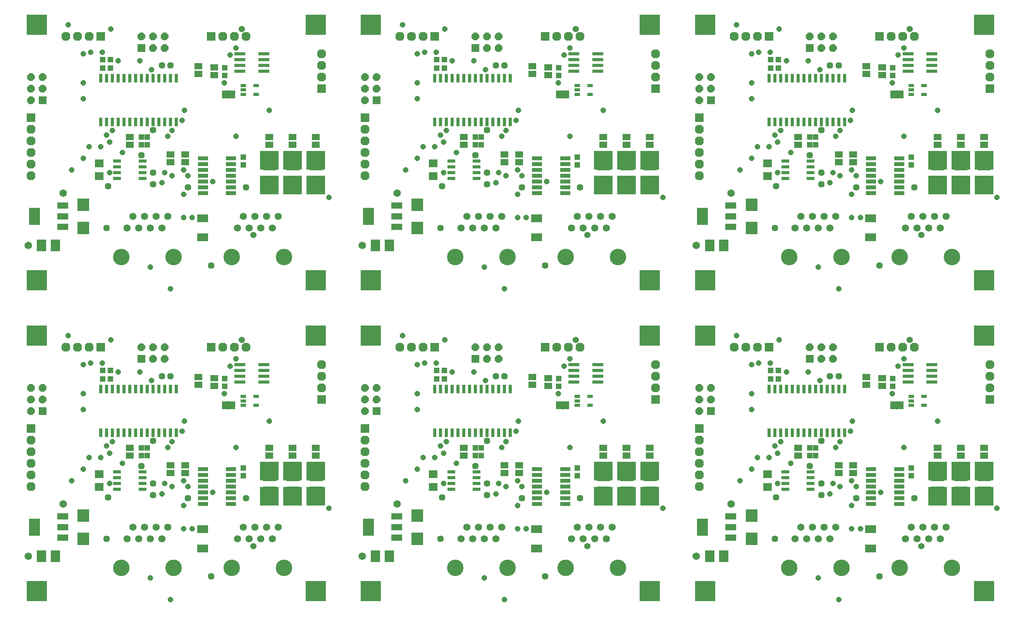
<source format=gbr>
%FSLAX23Y23*%
%MOIN*%
G04 EasyPC Gerber Version 14.0.2 Build 2922 *
%ADD74R,0.03159X0.07293*%
%ADD11R,0.04931X0.04537*%
%ADD28R,0.05200X0.06900*%
%ADD12R,0.08277X0.10443*%
%ADD23R,0.06600X0.06600*%
%ADD25R,0.07600X0.07600*%
%ADD21R,0.16348X0.16348*%
%ADD76R,0.17198X0.17198*%
%ADD22C,0.00100*%
%ADD73R,0.04931X0.02962*%
%ADD70R,0.06506X0.02962*%
%ADD18R,0.09261X0.02962*%
%ADD19R,0.08600X0.03200*%
%ADD10R,0.04537X0.04931*%
%ADD71R,0.09400X0.05400*%
%ADD27R,0.06506X0.05718*%
%ADD13R,0.07687X0.06899*%
%ADD17R,0.09183X0.06978*%
%ADD77C,0.05400*%
%ADD29C,0.05718*%
%ADD15C,0.06143*%
%ADD72C,0.06506*%
%ADD14R,0.10443X0.10639*%
%ADD16C,0.14195*%
%ADD20R,0.09261X0.14773*%
%AMT75*0 Octagon Pad at angle 0*4,1,8,-0.00952,-0.02300,0.00952,-0.02300,0.02300,-0.00952,0.02300,0.00952,0.00952,0.02300,-0.00952,0.02300,-0.02300,0.00952,-0.02300,-0.00952,-0.00952,-0.02300,0*%
%ADD75T75*%
%AMT24*0 Octagon Pad at angle 0*4,1,8,-0.01366,-0.03300,0.01366,-0.03300,0.03300,-0.01366,0.03300,0.01366,0.01366,0.03300,-0.01366,0.03300,-0.03300,0.01366,-0.03300,-0.01366,-0.01366,-0.03300,0*%
%ADD24T24*%
%AMT26*0 Octagon Pad at angle 0*4,1,8,-0.01573,-0.03800,0.01573,-0.03800,0.03800,-0.01573,0.03800,0.01573,0.01573,0.03800,-0.01573,0.03800,-0.03800,0.01573,-0.03800,-0.01573,-0.01573,-0.03800,0*%
%ADD26T26*%
X0Y0D02*
D02*
D10*
X1219Y1441D03*
Y1508D03*
Y4118D03*
Y4185D03*
X1269Y1441D03*
Y1508D03*
Y4118D03*
Y4185D03*
X1935Y2037D03*
Y2104D03*
Y4714D03*
Y4781D03*
X2094Y1266D03*
Y1333D03*
Y3943D03*
Y4010D03*
X4093Y1441D03*
Y1508D03*
Y4118D03*
Y4185D03*
X4143Y1441D03*
Y1508D03*
Y4118D03*
Y4185D03*
X4809Y2037D03*
Y2104D03*
Y4714D03*
Y4781D03*
X4968Y1266D03*
Y1333D03*
Y3943D03*
Y4010D03*
X6967Y1441D03*
Y1508D03*
Y4118D03*
Y4185D03*
X7017Y1441D03*
Y1508D03*
Y4118D03*
Y4185D03*
X7683Y2037D03*
Y2104D03*
Y4714D03*
Y4781D03*
X7842Y1266D03*
Y1333D03*
Y3943D03*
Y4010D03*
D02*
D11*
X885Y2100D03*
Y2175D03*
Y4777D03*
Y4852D03*
X952Y2100D03*
Y2175D03*
Y4777D03*
Y4852D03*
X3759Y2100D03*
Y2175D03*
Y4777D03*
Y4852D03*
X3826Y2100D03*
Y2175D03*
Y4777D03*
Y4852D03*
X6633Y2100D03*
Y2175D03*
Y4777D03*
Y4852D03*
X6700Y2100D03*
Y2175D03*
Y4777D03*
Y4852D03*
D02*
D12*
X359Y575D03*
Y3252D03*
X479Y575D03*
Y3252D03*
X3233Y575D03*
Y3252D03*
X3353Y575D03*
Y3252D03*
X6107Y575D03*
Y3252D03*
X6227Y575D03*
Y3252D03*
D02*
D13*
X856Y1169D03*
Y1280D03*
Y3847D03*
Y3957D03*
X3730Y1169D03*
Y1280D03*
Y3847D03*
Y3957D03*
X6604Y1169D03*
Y1280D03*
Y3847D03*
Y3957D03*
D02*
D14*
X719Y725D03*
Y924D03*
Y3402D03*
Y3601D03*
X3593Y725D03*
Y924D03*
Y3402D03*
Y3601D03*
X6467Y725D03*
Y924D03*
Y3402D03*
Y3601D03*
D02*
D15*
X1094Y725D03*
Y3402D03*
X1144Y825D03*
Y3502D03*
X1194Y725D03*
Y3402D03*
X1244Y825D03*
Y3502D03*
X1294Y725D03*
Y3402D03*
X1344Y825D03*
Y3502D03*
X1394Y725D03*
Y3402D03*
X1444Y825D03*
Y3502D03*
X2044Y725D03*
Y3402D03*
X2094Y825D03*
Y3502D03*
X2144Y725D03*
Y3402D03*
X2194Y825D03*
Y3502D03*
X2244Y725D03*
Y3402D03*
X2294Y825D03*
Y3502D03*
X2344Y725D03*
Y3402D03*
X2394Y825D03*
Y3502D03*
X3968Y725D03*
Y3402D03*
X4018Y825D03*
Y3502D03*
X4068Y725D03*
Y3402D03*
X4118Y825D03*
Y3502D03*
X4168Y725D03*
Y3402D03*
X4218Y825D03*
Y3502D03*
X4268Y725D03*
Y3402D03*
X4318Y825D03*
Y3502D03*
X4918Y725D03*
Y3402D03*
X4968Y825D03*
Y3502D03*
X5018Y725D03*
Y3402D03*
X5068Y825D03*
Y3502D03*
X5118Y725D03*
Y3402D03*
X5168Y825D03*
Y3502D03*
X5218Y725D03*
Y3402D03*
X5268Y825D03*
Y3502D03*
X6842Y725D03*
Y3402D03*
X6892Y825D03*
Y3502D03*
X6942Y725D03*
Y3402D03*
X6992Y825D03*
Y3502D03*
X7042Y725D03*
Y3402D03*
X7092Y825D03*
Y3502D03*
X7142Y725D03*
Y3402D03*
X7192Y825D03*
Y3502D03*
X7792Y725D03*
Y3402D03*
X7842Y825D03*
Y3502D03*
X7892Y725D03*
Y3402D03*
X7942Y825D03*
Y3502D03*
X7992Y725D03*
Y3402D03*
X8042Y825D03*
Y3502D03*
X8092Y725D03*
Y3402D03*
X8142Y825D03*
Y3502D03*
D02*
D16*
X1044Y475D03*
Y3152D03*
X1494Y475D03*
Y3152D03*
X1994Y475D03*
Y3152D03*
X2444Y475D03*
Y3152D03*
X3918Y475D03*
Y3152D03*
X4368Y475D03*
Y3152D03*
X4868Y475D03*
Y3152D03*
X5318Y475D03*
Y3152D03*
X6792Y475D03*
Y3152D03*
X7242Y475D03*
Y3152D03*
X7742Y475D03*
Y3152D03*
X8192Y475D03*
Y3152D03*
D02*
D17*
X1744Y642D03*
Y808D03*
Y3319D03*
Y3485D03*
X4618Y642D03*
Y808D03*
Y3319D03*
Y3485D03*
X7492Y642D03*
Y808D03*
Y3319D03*
Y3485D03*
D02*
D18*
X2066Y2075D03*
Y2125D03*
Y2175D03*
Y2225D03*
Y4752D03*
Y4802D03*
Y4852D03*
Y4902D03*
X2271Y2075D03*
Y2125D03*
Y2175D03*
Y2225D03*
Y4752D03*
Y4802D03*
Y4852D03*
Y4902D03*
X4940Y2075D03*
Y2125D03*
Y2175D03*
Y2225D03*
Y4752D03*
Y4802D03*
Y4852D03*
Y4902D03*
X5145Y2075D03*
Y2125D03*
Y2175D03*
Y2225D03*
Y4752D03*
Y4802D03*
Y4852D03*
Y4902D03*
X7814Y2075D03*
Y2125D03*
Y2175D03*
Y2225D03*
Y4752D03*
Y4802D03*
Y4852D03*
Y4902D03*
X8019Y2075D03*
Y2125D03*
Y2175D03*
Y2225D03*
Y4752D03*
Y4802D03*
Y4852D03*
Y4902D03*
D02*
D19*
X1748Y1025D03*
Y1075D03*
Y1125D03*
Y1175D03*
Y1225D03*
Y1275D03*
Y1325D03*
Y3702D03*
Y3752D03*
Y3802D03*
Y3852D03*
Y3902D03*
Y3952D03*
Y4002D03*
X1990Y1025D03*
Y1075D03*
Y1125D03*
Y1175D03*
Y1225D03*
Y1275D03*
Y1325D03*
Y3702D03*
Y3752D03*
Y3802D03*
Y3852D03*
Y3902D03*
Y3952D03*
Y4002D03*
X4622Y1025D03*
Y1075D03*
Y1125D03*
Y1175D03*
Y1225D03*
Y1275D03*
Y1325D03*
Y3702D03*
Y3752D03*
Y3802D03*
Y3852D03*
Y3902D03*
Y3952D03*
Y4002D03*
X4864Y1025D03*
Y1075D03*
Y1125D03*
Y1175D03*
Y1225D03*
Y1275D03*
Y1325D03*
Y3702D03*
Y3752D03*
Y3802D03*
Y3852D03*
Y3902D03*
Y3952D03*
Y4002D03*
X7496Y1025D03*
Y1075D03*
Y1125D03*
Y1175D03*
Y1225D03*
Y1275D03*
Y1325D03*
Y3702D03*
Y3752D03*
Y3802D03*
Y3852D03*
Y3902D03*
Y3952D03*
Y4002D03*
X7738Y1025D03*
Y1075D03*
Y1125D03*
Y1175D03*
Y1225D03*
Y1275D03*
Y1325D03*
Y3702D03*
Y3752D03*
Y3802D03*
Y3852D03*
Y3902D03*
Y3952D03*
Y4002D03*
D02*
D70*
X1010Y1150D03*
Y1200D03*
Y1250D03*
Y1300D03*
Y3827D03*
Y3877D03*
Y3927D03*
Y3977D03*
X1227Y1150D03*
Y1200D03*
Y1250D03*
Y1300D03*
Y3827D03*
Y3877D03*
Y3927D03*
Y3977D03*
X3884Y1150D03*
Y1200D03*
Y1250D03*
Y1300D03*
Y3827D03*
Y3877D03*
Y3927D03*
Y3977D03*
X4101Y1150D03*
Y1200D03*
Y1250D03*
Y1300D03*
Y3827D03*
Y3877D03*
Y3927D03*
Y3977D03*
X6758Y1150D03*
Y1200D03*
Y1250D03*
Y1300D03*
Y3827D03*
Y3877D03*
Y3927D03*
Y3977D03*
X6975Y1150D03*
Y1200D03*
Y1250D03*
Y1300D03*
Y3827D03*
Y3877D03*
Y3927D03*
Y3977D03*
D02*
D71*
X541Y734D03*
Y825D03*
Y916D03*
Y3411D03*
Y3502D03*
Y3593D03*
X3415Y734D03*
Y825D03*
Y916D03*
Y3411D03*
Y3502D03*
Y3593D03*
X6289Y734D03*
Y825D03*
Y916D03*
Y3411D03*
Y3502D03*
Y3593D03*
D02*
D20*
X297Y825D03*
Y3502D03*
X3171Y825D03*
Y3502D03*
X6045Y825D03*
Y3502D03*
D02*
D21*
X2319Y1091D03*
Y1308D03*
Y3769D03*
Y3985D03*
X2519Y1091D03*
Y1308D03*
Y3769D03*
Y3985D03*
X2719Y1091D03*
Y1308D03*
Y3769D03*
Y3985D03*
X5193Y1091D03*
Y1308D03*
Y3769D03*
Y3985D03*
X5393Y1091D03*
Y1308D03*
Y3769D03*
Y3985D03*
X5593Y1091D03*
Y1308D03*
Y3769D03*
Y3985D03*
X8067Y1091D03*
Y1308D03*
Y3769D03*
Y3985D03*
X8267Y1091D03*
Y1308D03*
Y3769D03*
Y3985D03*
X8467Y1091D03*
Y1308D03*
Y3769D03*
Y3985D03*
D02*
D22*
X1966Y1839D02*
X1972D01*
Y1911*
X1966*
Y1839*
G36*
X1972*
Y1911*
X1966*
Y1839*
G37*
Y4516D02*
X1972D01*
Y4588*
X1966*
Y4516*
G36*
X1972*
Y4588*
X1966*
Y4516*
G37*
X2264Y1107D02*
X2374D01*
Y1174*
X2264*
Y1107*
G36*
X2374*
Y1174*
X2264*
Y1107*
G37*
Y1225D02*
X2374D01*
Y1292*
X2264*
Y1225*
G36*
X2374*
Y1292*
X2264*
Y1225*
G37*
Y3784D02*
X2374D01*
Y3851*
X2264*
Y3784*
G36*
X2374*
Y3851*
X2264*
Y3784*
G37*
Y3902D02*
X2374D01*
Y3969*
X2264*
Y3902*
G36*
X2374*
Y3969*
X2264*
Y3902*
G37*
X2464Y1107D02*
X2574D01*
Y1174*
X2464*
Y1107*
G36*
X2574*
Y1174*
X2464*
Y1107*
G37*
Y1225D02*
X2574D01*
Y1292*
X2464*
Y1225*
G36*
X2574*
Y1292*
X2464*
Y1225*
G37*
Y3784D02*
X2574D01*
Y3851*
X2464*
Y3784*
G36*
X2574*
Y3851*
X2464*
Y3784*
G37*
Y3902D02*
X2574D01*
Y3969*
X2464*
Y3902*
G36*
X2574*
Y3969*
X2464*
Y3902*
G37*
X2664Y1107D02*
X2774D01*
Y1174*
X2664*
Y1107*
G36*
X2774*
Y1174*
X2664*
Y1107*
G37*
Y1225D02*
X2774D01*
Y1292*
X2664*
Y1225*
G36*
X2774*
Y1292*
X2664*
Y1225*
G37*
Y3784D02*
X2774D01*
Y3851*
X2664*
Y3784*
G36*
X2774*
Y3851*
X2664*
Y3784*
G37*
Y3902D02*
X2774D01*
Y3969*
X2664*
Y3902*
G36*
X2774*
Y3969*
X2664*
Y3902*
G37*
X4840Y1839D02*
X4846D01*
Y1911*
X4840*
Y1839*
G36*
X4846*
Y1911*
X4840*
Y1839*
G37*
Y4516D02*
X4846D01*
Y4588*
X4840*
Y4516*
G36*
X4846*
Y4588*
X4840*
Y4516*
G37*
X5138Y1107D02*
X5248D01*
Y1174*
X5138*
Y1107*
G36*
X5248*
Y1174*
X5138*
Y1107*
G37*
Y1225D02*
X5248D01*
Y1292*
X5138*
Y1225*
G36*
X5248*
Y1292*
X5138*
Y1225*
G37*
Y3784D02*
X5248D01*
Y3851*
X5138*
Y3784*
G36*
X5248*
Y3851*
X5138*
Y3784*
G37*
Y3902D02*
X5248D01*
Y3969*
X5138*
Y3902*
G36*
X5248*
Y3969*
X5138*
Y3902*
G37*
X5338Y1107D02*
X5448D01*
Y1174*
X5338*
Y1107*
G36*
X5448*
Y1174*
X5338*
Y1107*
G37*
Y1225D02*
X5448D01*
Y1292*
X5338*
Y1225*
G36*
X5448*
Y1292*
X5338*
Y1225*
G37*
Y3784D02*
X5448D01*
Y3851*
X5338*
Y3784*
G36*
X5448*
Y3851*
X5338*
Y3784*
G37*
Y3902D02*
X5448D01*
Y3969*
X5338*
Y3902*
G36*
X5448*
Y3969*
X5338*
Y3902*
G37*
X5538Y1107D02*
X5648D01*
Y1174*
X5538*
Y1107*
G36*
X5648*
Y1174*
X5538*
Y1107*
G37*
Y1225D02*
X5648D01*
Y1292*
X5538*
Y1225*
G36*
X5648*
Y1292*
X5538*
Y1225*
G37*
Y3784D02*
X5648D01*
Y3851*
X5538*
Y3784*
G36*
X5648*
Y3851*
X5538*
Y3784*
G37*
Y3902D02*
X5648D01*
Y3969*
X5538*
Y3902*
G36*
X5648*
Y3969*
X5538*
Y3902*
G37*
X7714Y1839D02*
X7720D01*
Y1911*
X7714*
Y1839*
G36*
X7720*
Y1911*
X7714*
Y1839*
G37*
Y4516D02*
X7720D01*
Y4588*
X7714*
Y4516*
G36*
X7720*
Y4588*
X7714*
Y4516*
G37*
X8012Y1107D02*
X8122D01*
Y1174*
X8012*
Y1107*
G36*
X8122*
Y1174*
X8012*
Y1107*
G37*
Y1225D02*
X8122D01*
Y1292*
X8012*
Y1225*
G36*
X8122*
Y1292*
X8012*
Y1225*
G37*
Y3784D02*
X8122D01*
Y3851*
X8012*
Y3784*
G36*
X8122*
Y3851*
X8012*
Y3784*
G37*
Y3902D02*
X8122D01*
Y3969*
X8012*
Y3902*
G36*
X8122*
Y3969*
X8012*
Y3902*
G37*
X8212Y1107D02*
X8322D01*
Y1174*
X8212*
Y1107*
G36*
X8322*
Y1174*
X8212*
Y1107*
G37*
Y1225D02*
X8322D01*
Y1292*
X8212*
Y1225*
G36*
X8322*
Y1292*
X8212*
Y1225*
G37*
Y3784D02*
X8322D01*
Y3851*
X8212*
Y3784*
G36*
X8322*
Y3851*
X8212*
Y3784*
G37*
Y3902D02*
X8322D01*
Y3969*
X8212*
Y3902*
G36*
X8322*
Y3969*
X8212*
Y3902*
G37*
X8412Y1107D02*
X8522D01*
Y1174*
X8412*
Y1107*
G36*
X8522*
Y1174*
X8412*
Y1107*
G37*
Y1225D02*
X8522D01*
Y1292*
X8412*
Y1225*
G36*
X8522*
Y1292*
X8412*
Y1225*
G37*
Y3784D02*
X8522D01*
Y3851*
X8412*
Y3784*
G36*
X8522*
Y3851*
X8412*
Y3784*
G37*
Y3902D02*
X8522D01*
Y3969*
X8412*
Y3902*
G36*
X8522*
Y3969*
X8412*
Y3902*
G37*
D02*
D23*
X369Y1825D03*
Y4502D03*
X1219Y2275D03*
Y4952D03*
X3243Y1825D03*
Y4502D03*
X4093Y2275D03*
Y4952D03*
X6117Y1825D03*
Y4502D03*
X6967Y2275D03*
Y4952D03*
D02*
D24*
X269Y1825D03*
Y1925D03*
Y2025D03*
Y4502D03*
Y4602D03*
Y4702D03*
X369Y1925D03*
Y2025D03*
Y4602D03*
Y4702D03*
X1219Y2375D03*
Y5052D03*
X1319Y2275D03*
Y2375D03*
Y4952D03*
Y5052D03*
X1419Y2275D03*
Y2375D03*
Y4952D03*
Y5052D03*
X3143Y1825D03*
Y1925D03*
Y2025D03*
Y4502D03*
Y4602D03*
Y4702D03*
X3243Y1925D03*
Y2025D03*
Y4602D03*
Y4702D03*
X4093Y2375D03*
Y5052D03*
X4193Y2275D03*
Y2375D03*
Y4952D03*
Y5052D03*
X4293Y2275D03*
Y2375D03*
Y4952D03*
Y5052D03*
X6017Y1825D03*
Y1925D03*
Y2025D03*
Y4502D03*
Y4602D03*
Y4702D03*
X6117Y1925D03*
Y2025D03*
Y4602D03*
Y4702D03*
X6967Y2375D03*
Y5052D03*
X7067Y2275D03*
Y2375D03*
Y4952D03*
Y5052D03*
X7167Y2275D03*
Y2375D03*
Y4952D03*
Y5052D03*
D02*
D25*
X269Y1675D03*
Y4352D03*
X869Y2375D03*
Y5052D03*
X1819Y2375D03*
Y5052D03*
X2769Y1925D03*
Y4602D03*
X3143Y1675D03*
Y4352D03*
X3743Y2375D03*
Y5052D03*
X4693Y2375D03*
Y5052D03*
X5643Y1925D03*
Y4602D03*
X6017Y1675D03*
Y4352D03*
X6617Y2375D03*
Y5052D03*
X7567Y2375D03*
Y5052D03*
X8517Y1925D03*
Y4602D03*
D02*
D26*
X269Y1175D03*
Y1275D03*
Y1375D03*
Y1475D03*
Y1575D03*
Y3852D03*
Y3952D03*
Y4052D03*
Y4152D03*
Y4252D03*
X569Y2375D03*
Y5052D03*
X669Y2375D03*
Y5052D03*
X769Y2375D03*
Y5052D03*
X1919Y2375D03*
Y5052D03*
X2019Y2375D03*
Y5052D03*
X2119Y2375D03*
Y5052D03*
X2769Y2025D03*
Y2125D03*
Y2225D03*
Y4702D03*
Y4802D03*
Y4902D03*
X3143Y1175D03*
Y1275D03*
Y1375D03*
Y1475D03*
Y1575D03*
Y3852D03*
Y3952D03*
Y4052D03*
Y4152D03*
Y4252D03*
X3443Y2375D03*
Y5052D03*
X3543Y2375D03*
Y5052D03*
X3643Y2375D03*
Y5052D03*
X4793Y2375D03*
Y5052D03*
X4893Y2375D03*
Y5052D03*
X4993Y2375D03*
Y5052D03*
X5643Y2025D03*
Y2125D03*
Y2225D03*
Y4702D03*
Y4802D03*
Y4902D03*
X6017Y1175D03*
Y1275D03*
Y1375D03*
Y1475D03*
Y1575D03*
Y3852D03*
Y3952D03*
Y4052D03*
Y4152D03*
Y4252D03*
X6317Y2375D03*
Y5052D03*
X6417Y2375D03*
Y5052D03*
X6517Y2375D03*
Y5052D03*
X7667Y2375D03*
Y5052D03*
X7767Y2375D03*
Y5052D03*
X7867Y2375D03*
Y5052D03*
X8517Y2025D03*
Y2125D03*
Y2225D03*
Y4702D03*
Y4802D03*
Y4902D03*
D02*
D27*
X1119Y1441D03*
Y1508D03*
Y4118D03*
Y4185D03*
X1469Y1291D03*
Y1358D03*
Y3968D03*
Y4035D03*
X1594Y1291D03*
Y1358D03*
Y3968D03*
Y4035D03*
X1708Y2049D03*
Y2116D03*
Y4726D03*
Y4793D03*
X1844Y2041D03*
Y2108D03*
Y4718D03*
Y4785D03*
X2319Y1441D03*
Y1508D03*
Y4118D03*
Y4185D03*
X2519Y1441D03*
Y1508D03*
Y4118D03*
Y4185D03*
X2719Y1441D03*
Y1508D03*
Y4118D03*
Y4185D03*
X3993Y1441D03*
Y1508D03*
Y4118D03*
Y4185D03*
X4343Y1291D03*
Y1358D03*
Y3968D03*
Y4035D03*
X4468Y1291D03*
Y1358D03*
Y3968D03*
Y4035D03*
X4582Y2049D03*
Y2116D03*
Y4726D03*
Y4793D03*
X4718Y2041D03*
Y2108D03*
Y4718D03*
Y4785D03*
X5193Y1441D03*
Y1508D03*
Y4118D03*
Y4185D03*
X5393Y1441D03*
Y1508D03*
Y4118D03*
Y4185D03*
X5593Y1441D03*
Y1508D03*
Y4118D03*
Y4185D03*
X6867Y1441D03*
Y1508D03*
Y4118D03*
Y4185D03*
X7217Y1291D03*
Y1358D03*
Y3968D03*
Y4035D03*
X7342Y1291D03*
Y1358D03*
Y3968D03*
Y4035D03*
X7456Y2049D03*
Y2116D03*
Y4726D03*
Y4793D03*
X7592Y2041D03*
Y2108D03*
Y4718D03*
Y4785D03*
X8067Y1441D03*
Y1508D03*
Y4118D03*
Y4185D03*
X8267Y1441D03*
Y1508D03*
Y4118D03*
Y4185D03*
X8467Y1441D03*
Y1508D03*
Y4118D03*
Y4185D03*
D02*
D28*
X1939Y1875D03*
Y4552D03*
X1999Y1875D03*
Y4552D03*
X4813Y1875D03*
Y4552D03*
X4873Y1875D03*
Y4552D03*
X7687Y1875D03*
Y4552D03*
X7747Y1875D03*
Y4552D03*
D02*
D29*
X919Y725D03*
Y3402D03*
X932Y1082D03*
Y3759D03*
X1219Y1350D03*
Y4027D03*
X1319Y1100D03*
Y1200D03*
Y1567D03*
Y3777D03*
Y3877D03*
Y4244D03*
X1394Y2125D03*
Y4802D03*
X1469Y2125D03*
Y4802D03*
X1619Y1075D03*
Y3752D03*
X1819Y400D03*
Y3077D03*
X2119Y1075D03*
Y3752D03*
X3793Y725D03*
Y3402D03*
X3806Y1082D03*
Y3759D03*
X4093Y1350D03*
Y4027D03*
X4193Y1100D03*
Y1200D03*
Y1567D03*
Y3777D03*
Y3877D03*
Y4244D03*
X4268Y2125D03*
Y4802D03*
X4343Y2125D03*
Y4802D03*
X4493Y1075D03*
Y3752D03*
X4693Y400D03*
Y3077D03*
X4993Y1075D03*
Y3752D03*
X6667Y725D03*
Y3402D03*
X6680Y1082D03*
Y3759D03*
X6967Y1350D03*
Y4027D03*
X7067Y1100D03*
Y1200D03*
Y1567D03*
Y3777D03*
Y3877D03*
Y4244D03*
X7142Y2125D03*
Y4802D03*
X7217Y2125D03*
Y4802D03*
X7367Y1075D03*
Y3752D03*
X7567Y400D03*
Y3077D03*
X7867Y1075D03*
Y3752D03*
D02*
D72*
X244Y575D03*
Y3252D03*
X544Y1025D03*
Y3702D03*
X3118Y575D03*
Y3252D03*
X3418Y1025D03*
Y3702D03*
X5992Y575D03*
Y3252D03*
X6292Y1025D03*
Y3702D03*
D02*
D73*
X2094Y1875D03*
Y1912D03*
Y1950D03*
Y4552D03*
Y4589D03*
Y4627D03*
X2204Y1875D03*
Y1950D03*
Y4552D03*
Y4627D03*
X4968Y1875D03*
Y1912D03*
Y1950D03*
Y4552D03*
Y4589D03*
Y4627D03*
X5078Y1875D03*
Y1950D03*
Y4552D03*
Y4627D03*
X7842Y1875D03*
Y1912D03*
Y1950D03*
Y4552D03*
Y4589D03*
Y4627D03*
X7952Y1875D03*
Y1950D03*
Y4552D03*
Y4627D03*
D02*
D74*
X869Y1636D03*
Y2013D03*
Y4314D03*
Y4690D03*
X919Y1636D03*
Y2013D03*
Y4314D03*
Y4690D03*
X969Y1636D03*
Y2013D03*
Y4314D03*
Y4690D03*
X1019Y1636D03*
Y2013D03*
Y4314D03*
Y4690D03*
X1069Y1636D03*
Y2013D03*
Y4314D03*
Y4690D03*
X1119Y1636D03*
Y2013D03*
Y4314D03*
Y4690D03*
X1169Y1636D03*
Y2013D03*
Y4314D03*
Y4690D03*
X1219Y1636D03*
Y2013D03*
Y4314D03*
Y4690D03*
X1269Y1636D03*
Y2013D03*
Y4314D03*
Y4690D03*
X1319Y1636D03*
Y2013D03*
Y4314D03*
Y4690D03*
X1369Y1636D03*
Y2013D03*
Y4314D03*
Y4690D03*
X1419Y1636D03*
Y2013D03*
Y4314D03*
Y4690D03*
X1469Y1636D03*
Y2013D03*
Y4314D03*
Y4690D03*
X1519Y1636D03*
Y2013D03*
Y4314D03*
Y4690D03*
X3743Y1636D03*
Y2013D03*
Y4314D03*
Y4690D03*
X3793Y1636D03*
Y2013D03*
Y4314D03*
Y4690D03*
X3843Y1636D03*
Y2013D03*
Y4314D03*
Y4690D03*
X3893Y1636D03*
Y2013D03*
Y4314D03*
Y4690D03*
X3943Y1636D03*
Y2013D03*
Y4314D03*
Y4690D03*
X3993Y1636D03*
Y2013D03*
Y4314D03*
Y4690D03*
X4043Y1636D03*
Y2013D03*
Y4314D03*
Y4690D03*
X4093Y1636D03*
Y2013D03*
Y4314D03*
Y4690D03*
X4143Y1636D03*
Y2013D03*
Y4314D03*
Y4690D03*
X4193Y1636D03*
Y2013D03*
Y4314D03*
Y4690D03*
X4243Y1636D03*
Y2013D03*
Y4314D03*
Y4690D03*
X4293Y1636D03*
Y2013D03*
Y4314D03*
Y4690D03*
X4343Y1636D03*
Y2013D03*
Y4314D03*
Y4690D03*
X4393Y1636D03*
Y2013D03*
Y4314D03*
Y4690D03*
X6617Y1636D03*
Y2013D03*
Y4314D03*
Y4690D03*
X6667Y1636D03*
Y2013D03*
Y4314D03*
Y4690D03*
X6717Y1636D03*
Y2013D03*
Y4314D03*
Y4690D03*
X6767Y1636D03*
Y2013D03*
Y4314D03*
Y4690D03*
X6817Y1636D03*
Y2013D03*
Y4314D03*
Y4690D03*
X6867Y1636D03*
Y2013D03*
Y4314D03*
Y4690D03*
X6917Y1636D03*
Y2013D03*
Y4314D03*
Y4690D03*
X6967Y1636D03*
Y2013D03*
Y4314D03*
Y4690D03*
X7017Y1636D03*
Y2013D03*
Y4314D03*
Y4690D03*
X7067Y1636D03*
Y2013D03*
Y4314D03*
Y4690D03*
X7117Y1636D03*
Y2013D03*
Y4314D03*
Y4690D03*
X7167Y1636D03*
Y2013D03*
Y4314D03*
Y4690D03*
X7217Y1636D03*
Y2013D03*
Y4314D03*
Y4690D03*
X7267Y1636D03*
Y2013D03*
Y4314D03*
Y4690D03*
D02*
D75*
X589Y2475D03*
Y5150D03*
X619Y1225D03*
Y3902D03*
X719Y1325D03*
Y1837D03*
Y1975D03*
Y2225D03*
Y4002D03*
Y4514D03*
Y4652D03*
Y4902D03*
X769Y1425D03*
Y4102D03*
X781Y2237D03*
Y4914D03*
X869Y1425D03*
Y4102D03*
X881Y2237D03*
Y4914D03*
X919Y1525D03*
Y4202D03*
X944Y1200D03*
Y1462D03*
Y3877D03*
Y4139D03*
X956Y2437D03*
Y5114D03*
X969Y1562D03*
Y4239D03*
X1019Y2162D03*
Y4839D03*
X1056Y1375D03*
Y4052D03*
X1206Y2162D03*
Y4839D03*
X1294Y387D03*
Y3064D03*
X1306Y2087D03*
Y4764D03*
X1394Y1112D03*
Y3789D03*
X1419Y1200D03*
Y3877D03*
X1444Y1512D03*
Y4189D03*
X1469Y200D03*
Y2877D03*
X1481Y1175D03*
Y1562D03*
Y3852D03*
Y4239D03*
X1569Y1650D03*
Y4327D03*
X1581Y812D03*
Y1012D03*
Y1225D03*
Y3489D03*
Y3689D03*
Y3902D03*
X1588Y1737D03*
Y4414D03*
X1619Y1175D03*
Y3852D03*
X1656Y812D03*
Y3489D03*
X1831Y1125D03*
Y3802D03*
X1931Y1975D03*
Y4652D03*
X1981Y2212D03*
Y4889D03*
X2031Y1512D03*
Y2275D03*
Y4189D03*
Y4952D03*
X2319Y1737D03*
Y4414D03*
X2831Y987D03*
Y3664D03*
X3464Y2475D03*
Y5150D03*
X3493Y1225D03*
Y3902D03*
X3593Y1325D03*
Y1837D03*
Y1975D03*
Y2225D03*
Y4002D03*
Y4514D03*
Y4652D03*
Y4902D03*
X3643Y1425D03*
Y4102D03*
X3655Y2237D03*
Y4914D03*
X3743Y1425D03*
Y4102D03*
X3755Y2237D03*
Y4914D03*
X3793Y1525D03*
Y4202D03*
X3818Y1200D03*
Y1462D03*
Y3877D03*
Y4139D03*
X3830Y2437D03*
Y5114D03*
X3843Y1562D03*
Y4239D03*
X3893Y2162D03*
Y4839D03*
X3930Y1375D03*
Y4052D03*
X4080Y2162D03*
Y4839D03*
X4168Y387D03*
Y3064D03*
X4180Y2087D03*
Y4764D03*
X4268Y1112D03*
Y3789D03*
X4293Y1200D03*
Y3877D03*
X4318Y1512D03*
Y4189D03*
X4343Y200D03*
Y2877D03*
X4355Y1175D03*
Y1562D03*
Y3852D03*
Y4239D03*
X4443Y1650D03*
Y4327D03*
X4455Y812D03*
Y1012D03*
Y1225D03*
Y3489D03*
Y3689D03*
Y3902D03*
X4462Y1737D03*
Y4414D03*
X4493Y1175D03*
Y3852D03*
X4530Y812D03*
Y3489D03*
X4705Y1125D03*
Y3802D03*
X4805Y1975D03*
Y4652D03*
X4855Y2212D03*
Y4889D03*
X4905Y1512D03*
Y2275D03*
Y4189D03*
Y4952D03*
X5193Y1737D03*
Y4414D03*
X5705Y987D03*
Y3664D03*
X6339Y2475D03*
Y5150D03*
X6367Y1225D03*
Y3902D03*
X6467Y1325D03*
Y1837D03*
Y1975D03*
Y2225D03*
Y4002D03*
Y4514D03*
Y4652D03*
Y4902D03*
X6517Y1425D03*
Y4102D03*
X6529Y2237D03*
Y4914D03*
X6617Y1425D03*
Y4102D03*
X6629Y2237D03*
Y4914D03*
X6667Y1525D03*
Y4202D03*
X6692Y1200D03*
Y1462D03*
Y3877D03*
Y4139D03*
X6704Y2437D03*
Y5114D03*
X6717Y1562D03*
Y4239D03*
X6767Y2162D03*
Y4839D03*
X6804Y1375D03*
Y4052D03*
X6954Y2162D03*
Y4839D03*
X7042Y387D03*
Y3064D03*
X7054Y2087D03*
Y4764D03*
X7142Y1112D03*
Y3789D03*
X7167Y1200D03*
Y3877D03*
X7192Y1512D03*
Y4189D03*
X7217Y200D03*
Y2877D03*
X7229Y1175D03*
Y1562D03*
Y3852D03*
Y4239D03*
X7317Y1650D03*
Y4327D03*
X7329Y812D03*
Y1012D03*
Y1225D03*
Y3489D03*
Y3689D03*
Y3902D03*
X7336Y1737D03*
Y4414D03*
X7367Y1175D03*
Y3852D03*
X7404Y812D03*
Y3489D03*
X7579Y1125D03*
Y3802D03*
X7679Y1975D03*
Y4652D03*
X7729Y2212D03*
Y4889D03*
X7779Y1512D03*
Y2275D03*
Y4189D03*
Y4952D03*
X8067Y1737D03*
Y4414D03*
X8579Y987D03*
Y3664D03*
D02*
D76*
X319Y275D03*
Y2475D03*
Y2952D03*
Y5152D03*
X2719Y275D03*
Y2475D03*
Y2952D03*
Y5152D03*
X3193Y275D03*
Y2475D03*
Y2952D03*
Y5152D03*
X5593Y275D03*
Y2475D03*
Y2952D03*
Y5152D03*
X6067Y275D03*
Y2475D03*
Y2952D03*
Y5152D03*
X8467Y275D03*
Y2475D03*
Y2952D03*
Y5152D03*
D02*
D77*
X2081Y2437D03*
Y5114D03*
X2181Y662D03*
Y3339D03*
X4955Y2437D03*
Y5114D03*
X5055Y662D03*
Y3339D03*
X7829Y2437D03*
Y5114D03*
X7929Y662D03*
Y3339D03*
X0Y0D02*
M02*

</source>
